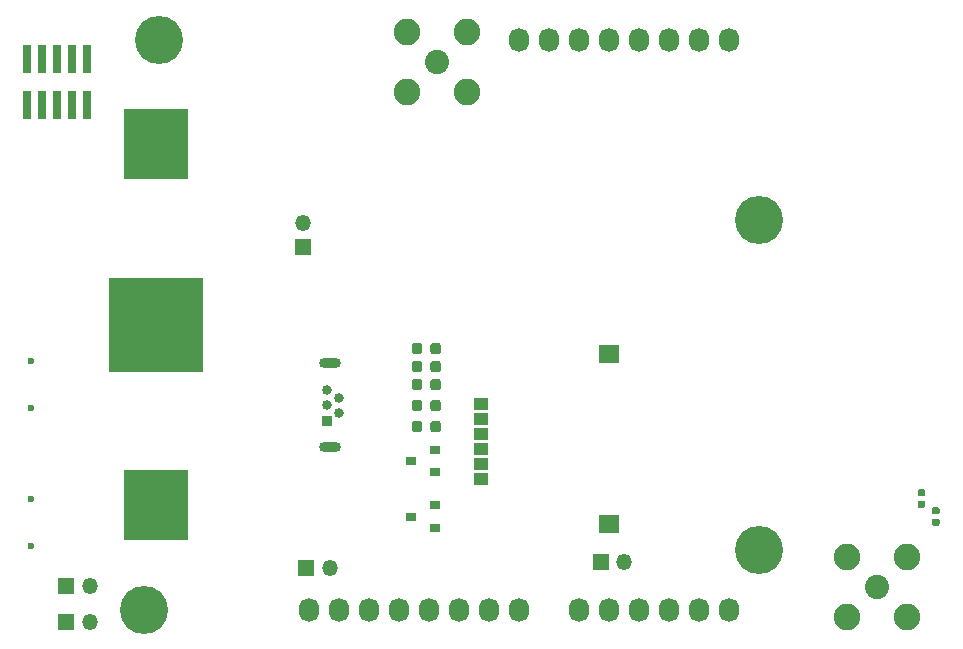
<source format=gbr>
G04 #@! TF.GenerationSoftware,KiCad,Pcbnew,(5.1.4)-1*
G04 #@! TF.CreationDate,2020-01-22T15:00:03+01:00*
G04 #@! TF.ProjectId,sara-rx-ab,73617261-2d72-4782-9d61-622e6b696361,rev?*
G04 #@! TF.SameCoordinates,Original*
G04 #@! TF.FileFunction,Soldermask,Bot*
G04 #@! TF.FilePolarity,Negative*
%FSLAX46Y46*%
G04 Gerber Fmt 4.6, Leading zero omitted, Abs format (unit mm)*
G04 Created by KiCad (PCBNEW (5.1.4)-1) date 2020-01-22 15:00:03*
%MOMM*%
%LPD*%
G04 APERTURE LIST*
%ADD10R,1.700000X1.500000*%
%ADD11R,1.200000X1.000000*%
%ADD12O,1.727200X2.032000*%
%ADD13R,0.840000X0.840000*%
%ADD14C,0.840000*%
%ADD15O,1.850000X0.850000*%
%ADD16C,0.600000*%
%ADD17R,1.350000X1.350000*%
%ADD18O,1.350000X1.350000*%
%ADD19R,0.740000X2.400000*%
%ADD20R,8.000000X8.000000*%
%ADD21R,5.500000X6.000000*%
%ADD22C,0.100000*%
%ADD23C,0.590000*%
%ADD24C,0.875000*%
%ADD25C,2.050000*%
%ADD26C,2.250000*%
%ADD27R,0.900000X0.800000*%
%ADD28C,4.064000*%
G04 APERTURE END LIST*
D10*
X164340000Y-102147000D03*
X164340000Y-116547000D03*
D11*
X153490000Y-107717000D03*
X153490000Y-110257000D03*
X153490000Y-112797000D03*
X153490000Y-106447000D03*
X153490000Y-108987000D03*
X153490000Y-111527000D03*
D12*
X156718000Y-75565000D03*
X159258000Y-75565000D03*
X161798000Y-75565000D03*
X164338000Y-75565000D03*
X166878000Y-75565000D03*
X169418000Y-75565000D03*
X171958000Y-75565000D03*
X174498000Y-75565000D03*
D13*
X140462000Y-107823000D03*
D14*
X141462000Y-107173000D03*
X140462000Y-106523000D03*
X141462000Y-105873000D03*
X140462000Y-105223000D03*
D15*
X140682000Y-110098000D03*
X140682000Y-102948000D03*
D16*
X115386000Y-114459000D03*
X115386000Y-118459000D03*
X115386000Y-102775000D03*
X115386000Y-106775000D03*
D17*
X118364000Y-121793000D03*
D18*
X120364000Y-121793000D03*
X140684000Y-120269000D03*
D17*
X138684000Y-120269000D03*
D18*
X165608000Y-119761000D03*
D17*
X163608000Y-119761000D03*
D18*
X138430000Y-91091000D03*
D17*
X138430000Y-93091000D03*
D18*
X120364000Y-124841000D03*
D17*
X118364000Y-124841000D03*
D19*
X115062000Y-77171000D03*
X115062000Y-81071000D03*
X116332000Y-77171000D03*
X116332000Y-81071000D03*
X117602000Y-77171000D03*
X117602000Y-81071000D03*
X118872000Y-77171000D03*
X118872000Y-81071000D03*
X120142000Y-77171000D03*
X120142000Y-81071000D03*
D20*
X125998000Y-99695000D03*
D21*
X125998000Y-84395000D03*
X125998000Y-114995000D03*
D22*
G36*
X190940958Y-113647710D02*
G01*
X190955276Y-113649834D01*
X190969317Y-113653351D01*
X190982946Y-113658228D01*
X190996031Y-113664417D01*
X191008447Y-113671858D01*
X191020073Y-113680481D01*
X191030798Y-113690202D01*
X191040519Y-113700927D01*
X191049142Y-113712553D01*
X191056583Y-113724969D01*
X191062772Y-113738054D01*
X191067649Y-113751683D01*
X191071166Y-113765724D01*
X191073290Y-113780042D01*
X191074000Y-113794500D01*
X191074000Y-114089500D01*
X191073290Y-114103958D01*
X191071166Y-114118276D01*
X191067649Y-114132317D01*
X191062772Y-114145946D01*
X191056583Y-114159031D01*
X191049142Y-114171447D01*
X191040519Y-114183073D01*
X191030798Y-114193798D01*
X191020073Y-114203519D01*
X191008447Y-114212142D01*
X190996031Y-114219583D01*
X190982946Y-114225772D01*
X190969317Y-114230649D01*
X190955276Y-114234166D01*
X190940958Y-114236290D01*
X190926500Y-114237000D01*
X190581500Y-114237000D01*
X190567042Y-114236290D01*
X190552724Y-114234166D01*
X190538683Y-114230649D01*
X190525054Y-114225772D01*
X190511969Y-114219583D01*
X190499553Y-114212142D01*
X190487927Y-114203519D01*
X190477202Y-114193798D01*
X190467481Y-114183073D01*
X190458858Y-114171447D01*
X190451417Y-114159031D01*
X190445228Y-114145946D01*
X190440351Y-114132317D01*
X190436834Y-114118276D01*
X190434710Y-114103958D01*
X190434000Y-114089500D01*
X190434000Y-113794500D01*
X190434710Y-113780042D01*
X190436834Y-113765724D01*
X190440351Y-113751683D01*
X190445228Y-113738054D01*
X190451417Y-113724969D01*
X190458858Y-113712553D01*
X190467481Y-113700927D01*
X190477202Y-113690202D01*
X190487927Y-113680481D01*
X190499553Y-113671858D01*
X190511969Y-113664417D01*
X190525054Y-113658228D01*
X190538683Y-113653351D01*
X190552724Y-113649834D01*
X190567042Y-113647710D01*
X190581500Y-113647000D01*
X190926500Y-113647000D01*
X190940958Y-113647710D01*
X190940958Y-113647710D01*
G37*
D23*
X190754000Y-113942000D03*
D22*
G36*
X190940958Y-114617710D02*
G01*
X190955276Y-114619834D01*
X190969317Y-114623351D01*
X190982946Y-114628228D01*
X190996031Y-114634417D01*
X191008447Y-114641858D01*
X191020073Y-114650481D01*
X191030798Y-114660202D01*
X191040519Y-114670927D01*
X191049142Y-114682553D01*
X191056583Y-114694969D01*
X191062772Y-114708054D01*
X191067649Y-114721683D01*
X191071166Y-114735724D01*
X191073290Y-114750042D01*
X191074000Y-114764500D01*
X191074000Y-115059500D01*
X191073290Y-115073958D01*
X191071166Y-115088276D01*
X191067649Y-115102317D01*
X191062772Y-115115946D01*
X191056583Y-115129031D01*
X191049142Y-115141447D01*
X191040519Y-115153073D01*
X191030798Y-115163798D01*
X191020073Y-115173519D01*
X191008447Y-115182142D01*
X190996031Y-115189583D01*
X190982946Y-115195772D01*
X190969317Y-115200649D01*
X190955276Y-115204166D01*
X190940958Y-115206290D01*
X190926500Y-115207000D01*
X190581500Y-115207000D01*
X190567042Y-115206290D01*
X190552724Y-115204166D01*
X190538683Y-115200649D01*
X190525054Y-115195772D01*
X190511969Y-115189583D01*
X190499553Y-115182142D01*
X190487927Y-115173519D01*
X190477202Y-115163798D01*
X190467481Y-115153073D01*
X190458858Y-115141447D01*
X190451417Y-115129031D01*
X190445228Y-115115946D01*
X190440351Y-115102317D01*
X190436834Y-115088276D01*
X190434710Y-115073958D01*
X190434000Y-115059500D01*
X190434000Y-114764500D01*
X190434710Y-114750042D01*
X190436834Y-114735724D01*
X190440351Y-114721683D01*
X190445228Y-114708054D01*
X190451417Y-114694969D01*
X190458858Y-114682553D01*
X190467481Y-114670927D01*
X190477202Y-114660202D01*
X190487927Y-114650481D01*
X190499553Y-114641858D01*
X190511969Y-114634417D01*
X190525054Y-114628228D01*
X190538683Y-114623351D01*
X190552724Y-114619834D01*
X190567042Y-114617710D01*
X190581500Y-114617000D01*
X190926500Y-114617000D01*
X190940958Y-114617710D01*
X190940958Y-114617710D01*
G37*
D23*
X190754000Y-114912000D03*
D22*
G36*
X149871691Y-101253053D02*
G01*
X149892926Y-101256203D01*
X149913750Y-101261419D01*
X149933962Y-101268651D01*
X149953368Y-101277830D01*
X149971781Y-101288866D01*
X149989024Y-101301654D01*
X150004930Y-101316070D01*
X150019346Y-101331976D01*
X150032134Y-101349219D01*
X150043170Y-101367632D01*
X150052349Y-101387038D01*
X150059581Y-101407250D01*
X150064797Y-101428074D01*
X150067947Y-101449309D01*
X150069000Y-101470750D01*
X150069000Y-101983250D01*
X150067947Y-102004691D01*
X150064797Y-102025926D01*
X150059581Y-102046750D01*
X150052349Y-102066962D01*
X150043170Y-102086368D01*
X150032134Y-102104781D01*
X150019346Y-102122024D01*
X150004930Y-102137930D01*
X149989024Y-102152346D01*
X149971781Y-102165134D01*
X149953368Y-102176170D01*
X149933962Y-102185349D01*
X149913750Y-102192581D01*
X149892926Y-102197797D01*
X149871691Y-102200947D01*
X149850250Y-102202000D01*
X149412750Y-102202000D01*
X149391309Y-102200947D01*
X149370074Y-102197797D01*
X149349250Y-102192581D01*
X149329038Y-102185349D01*
X149309632Y-102176170D01*
X149291219Y-102165134D01*
X149273976Y-102152346D01*
X149258070Y-102137930D01*
X149243654Y-102122024D01*
X149230866Y-102104781D01*
X149219830Y-102086368D01*
X149210651Y-102066962D01*
X149203419Y-102046750D01*
X149198203Y-102025926D01*
X149195053Y-102004691D01*
X149194000Y-101983250D01*
X149194000Y-101470750D01*
X149195053Y-101449309D01*
X149198203Y-101428074D01*
X149203419Y-101407250D01*
X149210651Y-101387038D01*
X149219830Y-101367632D01*
X149230866Y-101349219D01*
X149243654Y-101331976D01*
X149258070Y-101316070D01*
X149273976Y-101301654D01*
X149291219Y-101288866D01*
X149309632Y-101277830D01*
X149329038Y-101268651D01*
X149349250Y-101261419D01*
X149370074Y-101256203D01*
X149391309Y-101253053D01*
X149412750Y-101252000D01*
X149850250Y-101252000D01*
X149871691Y-101253053D01*
X149871691Y-101253053D01*
G37*
D24*
X149631500Y-101727000D03*
D22*
G36*
X148296691Y-101253053D02*
G01*
X148317926Y-101256203D01*
X148338750Y-101261419D01*
X148358962Y-101268651D01*
X148378368Y-101277830D01*
X148396781Y-101288866D01*
X148414024Y-101301654D01*
X148429930Y-101316070D01*
X148444346Y-101331976D01*
X148457134Y-101349219D01*
X148468170Y-101367632D01*
X148477349Y-101387038D01*
X148484581Y-101407250D01*
X148489797Y-101428074D01*
X148492947Y-101449309D01*
X148494000Y-101470750D01*
X148494000Y-101983250D01*
X148492947Y-102004691D01*
X148489797Y-102025926D01*
X148484581Y-102046750D01*
X148477349Y-102066962D01*
X148468170Y-102086368D01*
X148457134Y-102104781D01*
X148444346Y-102122024D01*
X148429930Y-102137930D01*
X148414024Y-102152346D01*
X148396781Y-102165134D01*
X148378368Y-102176170D01*
X148358962Y-102185349D01*
X148338750Y-102192581D01*
X148317926Y-102197797D01*
X148296691Y-102200947D01*
X148275250Y-102202000D01*
X147837750Y-102202000D01*
X147816309Y-102200947D01*
X147795074Y-102197797D01*
X147774250Y-102192581D01*
X147754038Y-102185349D01*
X147734632Y-102176170D01*
X147716219Y-102165134D01*
X147698976Y-102152346D01*
X147683070Y-102137930D01*
X147668654Y-102122024D01*
X147655866Y-102104781D01*
X147644830Y-102086368D01*
X147635651Y-102066962D01*
X147628419Y-102046750D01*
X147623203Y-102025926D01*
X147620053Y-102004691D01*
X147619000Y-101983250D01*
X147619000Y-101470750D01*
X147620053Y-101449309D01*
X147623203Y-101428074D01*
X147628419Y-101407250D01*
X147635651Y-101387038D01*
X147644830Y-101367632D01*
X147655866Y-101349219D01*
X147668654Y-101331976D01*
X147683070Y-101316070D01*
X147698976Y-101301654D01*
X147716219Y-101288866D01*
X147734632Y-101277830D01*
X147754038Y-101268651D01*
X147774250Y-101261419D01*
X147795074Y-101256203D01*
X147816309Y-101253053D01*
X147837750Y-101252000D01*
X148275250Y-101252000D01*
X148296691Y-101253053D01*
X148296691Y-101253053D01*
G37*
D24*
X148056500Y-101727000D03*
D22*
G36*
X149871691Y-102777053D02*
G01*
X149892926Y-102780203D01*
X149913750Y-102785419D01*
X149933962Y-102792651D01*
X149953368Y-102801830D01*
X149971781Y-102812866D01*
X149989024Y-102825654D01*
X150004930Y-102840070D01*
X150019346Y-102855976D01*
X150032134Y-102873219D01*
X150043170Y-102891632D01*
X150052349Y-102911038D01*
X150059581Y-102931250D01*
X150064797Y-102952074D01*
X150067947Y-102973309D01*
X150069000Y-102994750D01*
X150069000Y-103507250D01*
X150067947Y-103528691D01*
X150064797Y-103549926D01*
X150059581Y-103570750D01*
X150052349Y-103590962D01*
X150043170Y-103610368D01*
X150032134Y-103628781D01*
X150019346Y-103646024D01*
X150004930Y-103661930D01*
X149989024Y-103676346D01*
X149971781Y-103689134D01*
X149953368Y-103700170D01*
X149933962Y-103709349D01*
X149913750Y-103716581D01*
X149892926Y-103721797D01*
X149871691Y-103724947D01*
X149850250Y-103726000D01*
X149412750Y-103726000D01*
X149391309Y-103724947D01*
X149370074Y-103721797D01*
X149349250Y-103716581D01*
X149329038Y-103709349D01*
X149309632Y-103700170D01*
X149291219Y-103689134D01*
X149273976Y-103676346D01*
X149258070Y-103661930D01*
X149243654Y-103646024D01*
X149230866Y-103628781D01*
X149219830Y-103610368D01*
X149210651Y-103590962D01*
X149203419Y-103570750D01*
X149198203Y-103549926D01*
X149195053Y-103528691D01*
X149194000Y-103507250D01*
X149194000Y-102994750D01*
X149195053Y-102973309D01*
X149198203Y-102952074D01*
X149203419Y-102931250D01*
X149210651Y-102911038D01*
X149219830Y-102891632D01*
X149230866Y-102873219D01*
X149243654Y-102855976D01*
X149258070Y-102840070D01*
X149273976Y-102825654D01*
X149291219Y-102812866D01*
X149309632Y-102801830D01*
X149329038Y-102792651D01*
X149349250Y-102785419D01*
X149370074Y-102780203D01*
X149391309Y-102777053D01*
X149412750Y-102776000D01*
X149850250Y-102776000D01*
X149871691Y-102777053D01*
X149871691Y-102777053D01*
G37*
D24*
X149631500Y-103251000D03*
D22*
G36*
X148296691Y-102777053D02*
G01*
X148317926Y-102780203D01*
X148338750Y-102785419D01*
X148358962Y-102792651D01*
X148378368Y-102801830D01*
X148396781Y-102812866D01*
X148414024Y-102825654D01*
X148429930Y-102840070D01*
X148444346Y-102855976D01*
X148457134Y-102873219D01*
X148468170Y-102891632D01*
X148477349Y-102911038D01*
X148484581Y-102931250D01*
X148489797Y-102952074D01*
X148492947Y-102973309D01*
X148494000Y-102994750D01*
X148494000Y-103507250D01*
X148492947Y-103528691D01*
X148489797Y-103549926D01*
X148484581Y-103570750D01*
X148477349Y-103590962D01*
X148468170Y-103610368D01*
X148457134Y-103628781D01*
X148444346Y-103646024D01*
X148429930Y-103661930D01*
X148414024Y-103676346D01*
X148396781Y-103689134D01*
X148378368Y-103700170D01*
X148358962Y-103709349D01*
X148338750Y-103716581D01*
X148317926Y-103721797D01*
X148296691Y-103724947D01*
X148275250Y-103726000D01*
X147837750Y-103726000D01*
X147816309Y-103724947D01*
X147795074Y-103721797D01*
X147774250Y-103716581D01*
X147754038Y-103709349D01*
X147734632Y-103700170D01*
X147716219Y-103689134D01*
X147698976Y-103676346D01*
X147683070Y-103661930D01*
X147668654Y-103646024D01*
X147655866Y-103628781D01*
X147644830Y-103610368D01*
X147635651Y-103590962D01*
X147628419Y-103570750D01*
X147623203Y-103549926D01*
X147620053Y-103528691D01*
X147619000Y-103507250D01*
X147619000Y-102994750D01*
X147620053Y-102973309D01*
X147623203Y-102952074D01*
X147628419Y-102931250D01*
X147635651Y-102911038D01*
X147644830Y-102891632D01*
X147655866Y-102873219D01*
X147668654Y-102855976D01*
X147683070Y-102840070D01*
X147698976Y-102825654D01*
X147716219Y-102812866D01*
X147734632Y-102801830D01*
X147754038Y-102792651D01*
X147774250Y-102785419D01*
X147795074Y-102780203D01*
X147816309Y-102777053D01*
X147837750Y-102776000D01*
X148275250Y-102776000D01*
X148296691Y-102777053D01*
X148296691Y-102777053D01*
G37*
D24*
X148056500Y-103251000D03*
D22*
G36*
X149871691Y-104301053D02*
G01*
X149892926Y-104304203D01*
X149913750Y-104309419D01*
X149933962Y-104316651D01*
X149953368Y-104325830D01*
X149971781Y-104336866D01*
X149989024Y-104349654D01*
X150004930Y-104364070D01*
X150019346Y-104379976D01*
X150032134Y-104397219D01*
X150043170Y-104415632D01*
X150052349Y-104435038D01*
X150059581Y-104455250D01*
X150064797Y-104476074D01*
X150067947Y-104497309D01*
X150069000Y-104518750D01*
X150069000Y-105031250D01*
X150067947Y-105052691D01*
X150064797Y-105073926D01*
X150059581Y-105094750D01*
X150052349Y-105114962D01*
X150043170Y-105134368D01*
X150032134Y-105152781D01*
X150019346Y-105170024D01*
X150004930Y-105185930D01*
X149989024Y-105200346D01*
X149971781Y-105213134D01*
X149953368Y-105224170D01*
X149933962Y-105233349D01*
X149913750Y-105240581D01*
X149892926Y-105245797D01*
X149871691Y-105248947D01*
X149850250Y-105250000D01*
X149412750Y-105250000D01*
X149391309Y-105248947D01*
X149370074Y-105245797D01*
X149349250Y-105240581D01*
X149329038Y-105233349D01*
X149309632Y-105224170D01*
X149291219Y-105213134D01*
X149273976Y-105200346D01*
X149258070Y-105185930D01*
X149243654Y-105170024D01*
X149230866Y-105152781D01*
X149219830Y-105134368D01*
X149210651Y-105114962D01*
X149203419Y-105094750D01*
X149198203Y-105073926D01*
X149195053Y-105052691D01*
X149194000Y-105031250D01*
X149194000Y-104518750D01*
X149195053Y-104497309D01*
X149198203Y-104476074D01*
X149203419Y-104455250D01*
X149210651Y-104435038D01*
X149219830Y-104415632D01*
X149230866Y-104397219D01*
X149243654Y-104379976D01*
X149258070Y-104364070D01*
X149273976Y-104349654D01*
X149291219Y-104336866D01*
X149309632Y-104325830D01*
X149329038Y-104316651D01*
X149349250Y-104309419D01*
X149370074Y-104304203D01*
X149391309Y-104301053D01*
X149412750Y-104300000D01*
X149850250Y-104300000D01*
X149871691Y-104301053D01*
X149871691Y-104301053D01*
G37*
D24*
X149631500Y-104775000D03*
D22*
G36*
X148296691Y-104301053D02*
G01*
X148317926Y-104304203D01*
X148338750Y-104309419D01*
X148358962Y-104316651D01*
X148378368Y-104325830D01*
X148396781Y-104336866D01*
X148414024Y-104349654D01*
X148429930Y-104364070D01*
X148444346Y-104379976D01*
X148457134Y-104397219D01*
X148468170Y-104415632D01*
X148477349Y-104435038D01*
X148484581Y-104455250D01*
X148489797Y-104476074D01*
X148492947Y-104497309D01*
X148494000Y-104518750D01*
X148494000Y-105031250D01*
X148492947Y-105052691D01*
X148489797Y-105073926D01*
X148484581Y-105094750D01*
X148477349Y-105114962D01*
X148468170Y-105134368D01*
X148457134Y-105152781D01*
X148444346Y-105170024D01*
X148429930Y-105185930D01*
X148414024Y-105200346D01*
X148396781Y-105213134D01*
X148378368Y-105224170D01*
X148358962Y-105233349D01*
X148338750Y-105240581D01*
X148317926Y-105245797D01*
X148296691Y-105248947D01*
X148275250Y-105250000D01*
X147837750Y-105250000D01*
X147816309Y-105248947D01*
X147795074Y-105245797D01*
X147774250Y-105240581D01*
X147754038Y-105233349D01*
X147734632Y-105224170D01*
X147716219Y-105213134D01*
X147698976Y-105200346D01*
X147683070Y-105185930D01*
X147668654Y-105170024D01*
X147655866Y-105152781D01*
X147644830Y-105134368D01*
X147635651Y-105114962D01*
X147628419Y-105094750D01*
X147623203Y-105073926D01*
X147620053Y-105052691D01*
X147619000Y-105031250D01*
X147619000Y-104518750D01*
X147620053Y-104497309D01*
X147623203Y-104476074D01*
X147628419Y-104455250D01*
X147635651Y-104435038D01*
X147644830Y-104415632D01*
X147655866Y-104397219D01*
X147668654Y-104379976D01*
X147683070Y-104364070D01*
X147698976Y-104349654D01*
X147716219Y-104336866D01*
X147734632Y-104325830D01*
X147754038Y-104316651D01*
X147774250Y-104309419D01*
X147795074Y-104304203D01*
X147816309Y-104301053D01*
X147837750Y-104300000D01*
X148275250Y-104300000D01*
X148296691Y-104301053D01*
X148296691Y-104301053D01*
G37*
D24*
X148056500Y-104775000D03*
D22*
G36*
X149871691Y-107857053D02*
G01*
X149892926Y-107860203D01*
X149913750Y-107865419D01*
X149933962Y-107872651D01*
X149953368Y-107881830D01*
X149971781Y-107892866D01*
X149989024Y-107905654D01*
X150004930Y-107920070D01*
X150019346Y-107935976D01*
X150032134Y-107953219D01*
X150043170Y-107971632D01*
X150052349Y-107991038D01*
X150059581Y-108011250D01*
X150064797Y-108032074D01*
X150067947Y-108053309D01*
X150069000Y-108074750D01*
X150069000Y-108587250D01*
X150067947Y-108608691D01*
X150064797Y-108629926D01*
X150059581Y-108650750D01*
X150052349Y-108670962D01*
X150043170Y-108690368D01*
X150032134Y-108708781D01*
X150019346Y-108726024D01*
X150004930Y-108741930D01*
X149989024Y-108756346D01*
X149971781Y-108769134D01*
X149953368Y-108780170D01*
X149933962Y-108789349D01*
X149913750Y-108796581D01*
X149892926Y-108801797D01*
X149871691Y-108804947D01*
X149850250Y-108806000D01*
X149412750Y-108806000D01*
X149391309Y-108804947D01*
X149370074Y-108801797D01*
X149349250Y-108796581D01*
X149329038Y-108789349D01*
X149309632Y-108780170D01*
X149291219Y-108769134D01*
X149273976Y-108756346D01*
X149258070Y-108741930D01*
X149243654Y-108726024D01*
X149230866Y-108708781D01*
X149219830Y-108690368D01*
X149210651Y-108670962D01*
X149203419Y-108650750D01*
X149198203Y-108629926D01*
X149195053Y-108608691D01*
X149194000Y-108587250D01*
X149194000Y-108074750D01*
X149195053Y-108053309D01*
X149198203Y-108032074D01*
X149203419Y-108011250D01*
X149210651Y-107991038D01*
X149219830Y-107971632D01*
X149230866Y-107953219D01*
X149243654Y-107935976D01*
X149258070Y-107920070D01*
X149273976Y-107905654D01*
X149291219Y-107892866D01*
X149309632Y-107881830D01*
X149329038Y-107872651D01*
X149349250Y-107865419D01*
X149370074Y-107860203D01*
X149391309Y-107857053D01*
X149412750Y-107856000D01*
X149850250Y-107856000D01*
X149871691Y-107857053D01*
X149871691Y-107857053D01*
G37*
D24*
X149631500Y-108331000D03*
D22*
G36*
X148296691Y-107857053D02*
G01*
X148317926Y-107860203D01*
X148338750Y-107865419D01*
X148358962Y-107872651D01*
X148378368Y-107881830D01*
X148396781Y-107892866D01*
X148414024Y-107905654D01*
X148429930Y-107920070D01*
X148444346Y-107935976D01*
X148457134Y-107953219D01*
X148468170Y-107971632D01*
X148477349Y-107991038D01*
X148484581Y-108011250D01*
X148489797Y-108032074D01*
X148492947Y-108053309D01*
X148494000Y-108074750D01*
X148494000Y-108587250D01*
X148492947Y-108608691D01*
X148489797Y-108629926D01*
X148484581Y-108650750D01*
X148477349Y-108670962D01*
X148468170Y-108690368D01*
X148457134Y-108708781D01*
X148444346Y-108726024D01*
X148429930Y-108741930D01*
X148414024Y-108756346D01*
X148396781Y-108769134D01*
X148378368Y-108780170D01*
X148358962Y-108789349D01*
X148338750Y-108796581D01*
X148317926Y-108801797D01*
X148296691Y-108804947D01*
X148275250Y-108806000D01*
X147837750Y-108806000D01*
X147816309Y-108804947D01*
X147795074Y-108801797D01*
X147774250Y-108796581D01*
X147754038Y-108789349D01*
X147734632Y-108780170D01*
X147716219Y-108769134D01*
X147698976Y-108756346D01*
X147683070Y-108741930D01*
X147668654Y-108726024D01*
X147655866Y-108708781D01*
X147644830Y-108690368D01*
X147635651Y-108670962D01*
X147628419Y-108650750D01*
X147623203Y-108629926D01*
X147620053Y-108608691D01*
X147619000Y-108587250D01*
X147619000Y-108074750D01*
X147620053Y-108053309D01*
X147623203Y-108032074D01*
X147628419Y-108011250D01*
X147635651Y-107991038D01*
X147644830Y-107971632D01*
X147655866Y-107953219D01*
X147668654Y-107935976D01*
X147683070Y-107920070D01*
X147698976Y-107905654D01*
X147716219Y-107892866D01*
X147734632Y-107881830D01*
X147754038Y-107872651D01*
X147774250Y-107865419D01*
X147795074Y-107860203D01*
X147816309Y-107857053D01*
X147837750Y-107856000D01*
X148275250Y-107856000D01*
X148296691Y-107857053D01*
X148296691Y-107857053D01*
G37*
D24*
X148056500Y-108331000D03*
D22*
G36*
X149871691Y-106079053D02*
G01*
X149892926Y-106082203D01*
X149913750Y-106087419D01*
X149933962Y-106094651D01*
X149953368Y-106103830D01*
X149971781Y-106114866D01*
X149989024Y-106127654D01*
X150004930Y-106142070D01*
X150019346Y-106157976D01*
X150032134Y-106175219D01*
X150043170Y-106193632D01*
X150052349Y-106213038D01*
X150059581Y-106233250D01*
X150064797Y-106254074D01*
X150067947Y-106275309D01*
X150069000Y-106296750D01*
X150069000Y-106809250D01*
X150067947Y-106830691D01*
X150064797Y-106851926D01*
X150059581Y-106872750D01*
X150052349Y-106892962D01*
X150043170Y-106912368D01*
X150032134Y-106930781D01*
X150019346Y-106948024D01*
X150004930Y-106963930D01*
X149989024Y-106978346D01*
X149971781Y-106991134D01*
X149953368Y-107002170D01*
X149933962Y-107011349D01*
X149913750Y-107018581D01*
X149892926Y-107023797D01*
X149871691Y-107026947D01*
X149850250Y-107028000D01*
X149412750Y-107028000D01*
X149391309Y-107026947D01*
X149370074Y-107023797D01*
X149349250Y-107018581D01*
X149329038Y-107011349D01*
X149309632Y-107002170D01*
X149291219Y-106991134D01*
X149273976Y-106978346D01*
X149258070Y-106963930D01*
X149243654Y-106948024D01*
X149230866Y-106930781D01*
X149219830Y-106912368D01*
X149210651Y-106892962D01*
X149203419Y-106872750D01*
X149198203Y-106851926D01*
X149195053Y-106830691D01*
X149194000Y-106809250D01*
X149194000Y-106296750D01*
X149195053Y-106275309D01*
X149198203Y-106254074D01*
X149203419Y-106233250D01*
X149210651Y-106213038D01*
X149219830Y-106193632D01*
X149230866Y-106175219D01*
X149243654Y-106157976D01*
X149258070Y-106142070D01*
X149273976Y-106127654D01*
X149291219Y-106114866D01*
X149309632Y-106103830D01*
X149329038Y-106094651D01*
X149349250Y-106087419D01*
X149370074Y-106082203D01*
X149391309Y-106079053D01*
X149412750Y-106078000D01*
X149850250Y-106078000D01*
X149871691Y-106079053D01*
X149871691Y-106079053D01*
G37*
D24*
X149631500Y-106553000D03*
D22*
G36*
X148296691Y-106079053D02*
G01*
X148317926Y-106082203D01*
X148338750Y-106087419D01*
X148358962Y-106094651D01*
X148378368Y-106103830D01*
X148396781Y-106114866D01*
X148414024Y-106127654D01*
X148429930Y-106142070D01*
X148444346Y-106157976D01*
X148457134Y-106175219D01*
X148468170Y-106193632D01*
X148477349Y-106213038D01*
X148484581Y-106233250D01*
X148489797Y-106254074D01*
X148492947Y-106275309D01*
X148494000Y-106296750D01*
X148494000Y-106809250D01*
X148492947Y-106830691D01*
X148489797Y-106851926D01*
X148484581Y-106872750D01*
X148477349Y-106892962D01*
X148468170Y-106912368D01*
X148457134Y-106930781D01*
X148444346Y-106948024D01*
X148429930Y-106963930D01*
X148414024Y-106978346D01*
X148396781Y-106991134D01*
X148378368Y-107002170D01*
X148358962Y-107011349D01*
X148338750Y-107018581D01*
X148317926Y-107023797D01*
X148296691Y-107026947D01*
X148275250Y-107028000D01*
X147837750Y-107028000D01*
X147816309Y-107026947D01*
X147795074Y-107023797D01*
X147774250Y-107018581D01*
X147754038Y-107011349D01*
X147734632Y-107002170D01*
X147716219Y-106991134D01*
X147698976Y-106978346D01*
X147683070Y-106963930D01*
X147668654Y-106948024D01*
X147655866Y-106930781D01*
X147644830Y-106912368D01*
X147635651Y-106892962D01*
X147628419Y-106872750D01*
X147623203Y-106851926D01*
X147620053Y-106830691D01*
X147619000Y-106809250D01*
X147619000Y-106296750D01*
X147620053Y-106275309D01*
X147623203Y-106254074D01*
X147628419Y-106233250D01*
X147635651Y-106213038D01*
X147644830Y-106193632D01*
X147655866Y-106175219D01*
X147668654Y-106157976D01*
X147683070Y-106142070D01*
X147698976Y-106127654D01*
X147716219Y-106114866D01*
X147734632Y-106103830D01*
X147754038Y-106094651D01*
X147774250Y-106087419D01*
X147795074Y-106082203D01*
X147816309Y-106079053D01*
X147837750Y-106078000D01*
X148275250Y-106078000D01*
X148296691Y-106079053D01*
X148296691Y-106079053D01*
G37*
D24*
X148056500Y-106553000D03*
D25*
X187023000Y-121920000D03*
D26*
X189563000Y-124460000D03*
X189563000Y-119380000D03*
X184483000Y-119380000D03*
X184483000Y-124460000D03*
D25*
X149733000Y-77470000D03*
D26*
X152273000Y-74930000D03*
X147193000Y-74930000D03*
X147193000Y-80010000D03*
X152273000Y-80010000D03*
D27*
X147590000Y-115951000D03*
X149590000Y-116901000D03*
X149590000Y-115001000D03*
X147590000Y-111252000D03*
X149590000Y-112202000D03*
X149590000Y-110302000D03*
D22*
G36*
X192162958Y-116141710D02*
G01*
X192177276Y-116143834D01*
X192191317Y-116147351D01*
X192204946Y-116152228D01*
X192218031Y-116158417D01*
X192230447Y-116165858D01*
X192242073Y-116174481D01*
X192252798Y-116184202D01*
X192262519Y-116194927D01*
X192271142Y-116206553D01*
X192278583Y-116218969D01*
X192284772Y-116232054D01*
X192289649Y-116245683D01*
X192293166Y-116259724D01*
X192295290Y-116274042D01*
X192296000Y-116288500D01*
X192296000Y-116583500D01*
X192295290Y-116597958D01*
X192293166Y-116612276D01*
X192289649Y-116626317D01*
X192284772Y-116639946D01*
X192278583Y-116653031D01*
X192271142Y-116665447D01*
X192262519Y-116677073D01*
X192252798Y-116687798D01*
X192242073Y-116697519D01*
X192230447Y-116706142D01*
X192218031Y-116713583D01*
X192204946Y-116719772D01*
X192191317Y-116724649D01*
X192177276Y-116728166D01*
X192162958Y-116730290D01*
X192148500Y-116731000D01*
X191803500Y-116731000D01*
X191789042Y-116730290D01*
X191774724Y-116728166D01*
X191760683Y-116724649D01*
X191747054Y-116719772D01*
X191733969Y-116713583D01*
X191721553Y-116706142D01*
X191709927Y-116697519D01*
X191699202Y-116687798D01*
X191689481Y-116677073D01*
X191680858Y-116665447D01*
X191673417Y-116653031D01*
X191667228Y-116639946D01*
X191662351Y-116626317D01*
X191658834Y-116612276D01*
X191656710Y-116597958D01*
X191656000Y-116583500D01*
X191656000Y-116288500D01*
X191656710Y-116274042D01*
X191658834Y-116259724D01*
X191662351Y-116245683D01*
X191667228Y-116232054D01*
X191673417Y-116218969D01*
X191680858Y-116206553D01*
X191689481Y-116194927D01*
X191699202Y-116184202D01*
X191709927Y-116174481D01*
X191721553Y-116165858D01*
X191733969Y-116158417D01*
X191747054Y-116152228D01*
X191760683Y-116147351D01*
X191774724Y-116143834D01*
X191789042Y-116141710D01*
X191803500Y-116141000D01*
X192148500Y-116141000D01*
X192162958Y-116141710D01*
X192162958Y-116141710D01*
G37*
D23*
X191976000Y-116436000D03*
D22*
G36*
X192162958Y-115171710D02*
G01*
X192177276Y-115173834D01*
X192191317Y-115177351D01*
X192204946Y-115182228D01*
X192218031Y-115188417D01*
X192230447Y-115195858D01*
X192242073Y-115204481D01*
X192252798Y-115214202D01*
X192262519Y-115224927D01*
X192271142Y-115236553D01*
X192278583Y-115248969D01*
X192284772Y-115262054D01*
X192289649Y-115275683D01*
X192293166Y-115289724D01*
X192295290Y-115304042D01*
X192296000Y-115318500D01*
X192296000Y-115613500D01*
X192295290Y-115627958D01*
X192293166Y-115642276D01*
X192289649Y-115656317D01*
X192284772Y-115669946D01*
X192278583Y-115683031D01*
X192271142Y-115695447D01*
X192262519Y-115707073D01*
X192252798Y-115717798D01*
X192242073Y-115727519D01*
X192230447Y-115736142D01*
X192218031Y-115743583D01*
X192204946Y-115749772D01*
X192191317Y-115754649D01*
X192177276Y-115758166D01*
X192162958Y-115760290D01*
X192148500Y-115761000D01*
X191803500Y-115761000D01*
X191789042Y-115760290D01*
X191774724Y-115758166D01*
X191760683Y-115754649D01*
X191747054Y-115749772D01*
X191733969Y-115743583D01*
X191721553Y-115736142D01*
X191709927Y-115727519D01*
X191699202Y-115717798D01*
X191689481Y-115707073D01*
X191680858Y-115695447D01*
X191673417Y-115683031D01*
X191667228Y-115669946D01*
X191662351Y-115656317D01*
X191658834Y-115642276D01*
X191656710Y-115627958D01*
X191656000Y-115613500D01*
X191656000Y-115318500D01*
X191656710Y-115304042D01*
X191658834Y-115289724D01*
X191662351Y-115275683D01*
X191667228Y-115262054D01*
X191673417Y-115248969D01*
X191680858Y-115236553D01*
X191689481Y-115224927D01*
X191699202Y-115214202D01*
X191709927Y-115204481D01*
X191721553Y-115195858D01*
X191733969Y-115188417D01*
X191747054Y-115182228D01*
X191760683Y-115177351D01*
X191774724Y-115173834D01*
X191789042Y-115171710D01*
X191803500Y-115171000D01*
X192148500Y-115171000D01*
X192162958Y-115171710D01*
X192162958Y-115171710D01*
G37*
D23*
X191976000Y-115466000D03*
D12*
X156718000Y-123825000D03*
X154178000Y-123825000D03*
X151638000Y-123825000D03*
X149098000Y-123825000D03*
X146558000Y-123825000D03*
X144018000Y-123825000D03*
X141478000Y-123825000D03*
X138938000Y-123825000D03*
X174498000Y-123825000D03*
X171958000Y-123825000D03*
X169418000Y-123825000D03*
X166878000Y-123825000D03*
X164338000Y-123825000D03*
X161798000Y-123825000D03*
X174498000Y-75565000D03*
X171958000Y-75565000D03*
X169418000Y-75565000D03*
X166878000Y-75565000D03*
X164338000Y-75565000D03*
X161798000Y-75565000D03*
X159258000Y-75565000D03*
X156718000Y-75565000D03*
D28*
X124968000Y-123825000D03*
X177038000Y-118745000D03*
X126238000Y-75565000D03*
X177038000Y-90805000D03*
M02*

</source>
